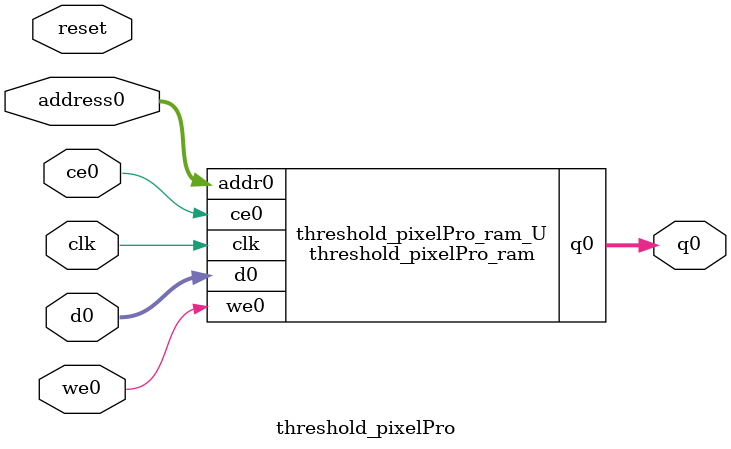
<source format=v>
`timescale 1 ns / 1 ps
module threshold_pixelPro_ram (addr0, ce0, d0, we0, q0,  clk);

parameter DWIDTH = 32;
parameter AWIDTH = 8;
parameter MEM_SIZE = 256;

input[AWIDTH-1:0] addr0;
input ce0;
input[DWIDTH-1:0] d0;
input we0;
output reg[DWIDTH-1:0] q0;
input clk;

(* ram_style = "block" *)reg [DWIDTH-1:0] ram[0:MEM_SIZE-1];




always @(posedge clk)  
begin 
    if (ce0) 
    begin
        if (we0) 
        begin 
            ram[addr0] <= d0; 
        end 
        q0 <= ram[addr0];
    end
end


endmodule

`timescale 1 ns / 1 ps
module threshold_pixelPro(
    reset,
    clk,
    address0,
    ce0,
    we0,
    d0,
    q0);

parameter DataWidth = 32'd32;
parameter AddressRange = 32'd256;
parameter AddressWidth = 32'd8;
input reset;
input clk;
input[AddressWidth - 1:0] address0;
input ce0;
input we0;
input[DataWidth - 1:0] d0;
output[DataWidth - 1:0] q0;



threshold_pixelPro_ram threshold_pixelPro_ram_U(
    .clk( clk ),
    .addr0( address0 ),
    .ce0( ce0 ),
    .we0( we0 ),
    .d0( d0 ),
    .q0( q0 ));

endmodule


</source>
